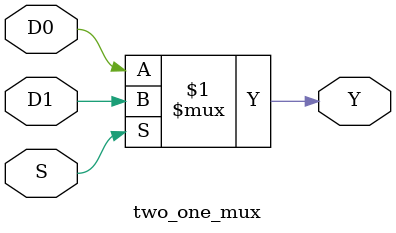
<source format=sv>
`timescale 1ns / 1ps



module two_one_mux(input logic D0,D1,S, output logic Y

    );
    assign Y = (S)?D1:D0;
endmodule

</source>
